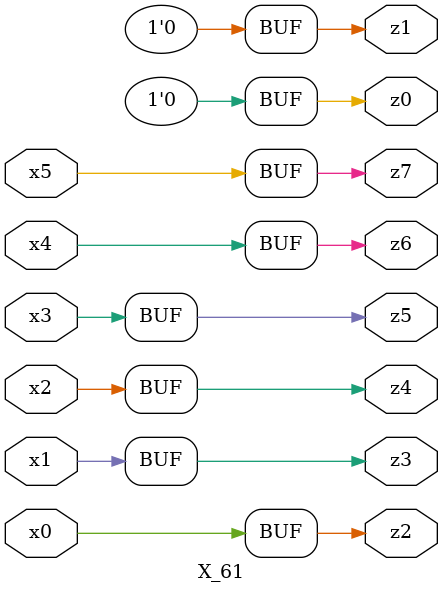
<source format=v>

module X_61 ( 
    x0, x1, x2, x3, x4, x5,
    z0, z1, z2, z3, z4, z5, z6, z7  );
  input  x0, x1, x2, x3, x4, x5;
  output z0, z1, z2, z3, z4, z5, z6, z7;
  assign z0 = 1'b0;
  assign z1 = 1'b0;
  assign z2 = x0;
  assign z3 = x1;
  assign z4 = x2;
  assign z5 = x3;
  assign z6 = x4;
  assign z7 = x5;
endmodule



</source>
